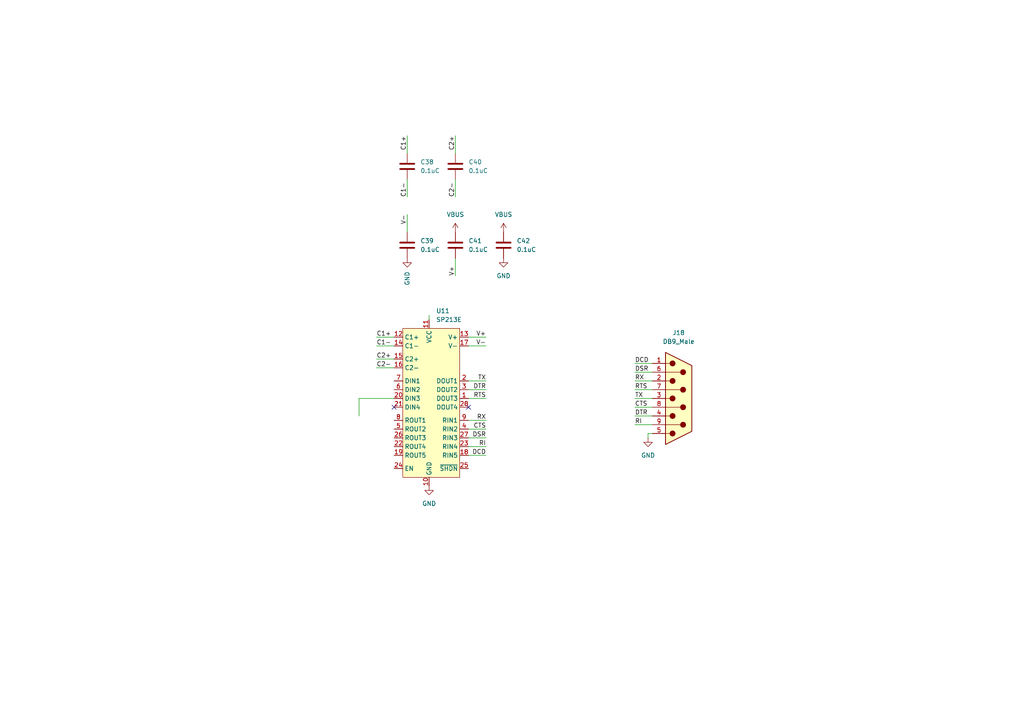
<source format=kicad_sch>
(kicad_sch (version 20211123) (generator eeschema)
  (paper "A4")
  (lib_symbols
    (symbol "Connector:DB9_Male" (pin_names (offset 1.016) hide)
      (property "Reference" "J" (at 0 13.97 0))
      (property "Value" "DB9_Male" (at 0 -14.605 0))
      (symbol "DB9_Male_0_1"
        (circle (center -1.778 -10.16) (radius 0.762) (fill (type outline)))
        (circle (center -1.778 -5.08) (radius 0.762) (fill (type outline)))
        (circle (center -1.778 0) (radius 0.762) (fill (type outline)))
        (circle (center -1.778 5.08) (radius 0.762) (fill (type outline)))
        (circle (center -1.778 10.16) (radius 0.762) (fill (type outline)))
        (polyline (pts (xy -3.81 -10.16) (xy -2.54 -10.16)))
        (polyline (pts (xy -3.81 -7.62) (xy 0.508 -7.62)))
        (polyline (pts (xy -3.81 -5.08) (xy -2.54 -5.08)))
        (polyline (pts (xy -3.81 -2.54) (xy 0.508 -2.54)))
        (polyline (pts (xy -3.81 0) (xy -2.54 0)))
        (polyline (pts (xy -3.81 2.54) (xy 0.508 2.54)))
        (polyline (pts (xy -3.81 5.08) (xy -2.54 5.08)))
        (polyline (pts (xy -3.81 7.62) (xy 0.508 7.62)))
        (polyline (pts (xy -3.81 10.16) (xy -2.54 10.16)))
        (polyline (pts (xy -3.81 -13.335) (xy -3.81 13.335) (xy 3.81 9.525) (xy 3.81 -9.525) (xy -3.81 -13.335)) (stroke (width 0.254)) (fill (type background)))
        (circle (center 1.27 -7.62) (radius 0.762) (fill (type outline)))
        (circle (center 1.27 -2.54) (radius 0.762) (fill (type outline)))
        (circle (center 1.27 2.54) (radius 0.762) (fill (type outline)))
        (circle (center 1.27 7.62) (radius 0.762) (fill (type outline)))
      )
      (symbol "DB9_Male_1_1"
        (pin passive line (at -7.62 -10.16 0) (length 3.81) (name "1") (number "1"))
        (pin passive line (at -7.62 -5.08 0) (length 3.81) (name "2") (number "2"))
        (pin passive line (at -7.62 0 0) (length 3.81) (name "3") (number "3"))
        (pin passive line (at -7.62 5.08 0) (length 3.81) (name "4") (number "4"))
        (pin passive line (at -7.62 10.16 0) (length 3.81) (name "5") (number "5"))
        (pin passive line (at -7.62 -7.62 0) (length 3.81) (name "6") (number "6"))
        (pin passive line (at -7.62 -2.54 0) (length 3.81) (name "7") (number "7"))
        (pin passive line (at -7.62 2.54 0) (length 3.81) (name "8") (number "8"))
        (pin passive line (at -7.62 7.62 0) (length 3.81) (name "9") (number "9"))
      )
    )
    (symbol "Device:C" (pin_numbers hide) (pin_names (offset 0.254))
      (property "Reference" "C" (at 0.635 2.54 0))
      (property "Value" "C" (at 0.635 -2.54 0))
      (symbol "C_0_1"
        (polyline (pts (xy -2.032 -0.762) (xy 2.032 -0.762)) (stroke (width 0.508)))
        (polyline (pts (xy -2.032 0.762) (xy 2.032 0.762)) (stroke (width 0.508)))
      )
      (symbol "C_1_1"
        (pin passive line (at 0 3.81 270) (length 2.794) (name "~") (number "1"))
        (pin passive line (at 0 -3.81 90) (length 2.794) (name "~") (number "2"))
      )
    )
    (symbol "Interface_UART_custom:MAX213"
      (property "Reference" "U" (at -7.62 15.24 0))
      (property "Value" "MAX213" (at 5.08 15.24 0))
      (symbol "MAX213_0_1"
        (rectangle (start -7.62 13.97) (end 8.89 -29.21) (fill (type background)))
      )
      (symbol "MAX213_1_1"
        (pin output line (at 11.43 -6.35 180) (length 2.54) (name "DOUT3") (number "1"))
        (pin power_in line (at 0 -31.75 90) (length 2.54) (name "GND") (number "10"))
        (pin power_in line (at 0 16.51 270) (length 2.54) (name "VCC") (number "11"))
        (pin passive line (at -10.16 11.43 0) (length 2.54) (name "C1+") (number "12"))
        (pin power_in line (at 11.43 11.43 180) (length 2.54) (name "V+") (number "13"))
        (pin passive line (at -10.16 8.89 0) (length 2.54) (name "C1-") (number "14"))
        (pin passive line (at -10.16 5.08 0) (length 2.54) (name "C2+") (number "15"))
        (pin passive line (at -10.16 2.54 0) (length 2.54) (name "C2-") (number "16"))
        (pin power_in line (at 11.43 8.89 180) (length 2.54) (name "V-") (number "17"))
        (pin input line (at 11.43 -22.86 180) (length 2.54) (name "RIN5") (number "18"))
        (pin output line (at -10.16 -22.86 0) (length 2.54) (name "ROUT5") (number "19"))
        (pin output line (at 11.43 -1.27 180) (length 2.54) (name "DOUT1") (number "2"))
        (pin input line (at -10.16 -6.35 0) (length 2.54) (name "DIN3") (number "20"))
        (pin input line (at -10.16 -8.89 0) (length 2.54) (name "DIN4") (number "21"))
        (pin output line (at -10.16 -20.32 0) (length 2.54) (name "ROUT4") (number "22"))
        (pin input line (at 11.43 -20.32 180) (length 2.54) (name "RIN4") (number "23"))
        (pin input line (at -10.16 -26.67 0) (length 2.54) (name "EN") (number "24"))
        (pin input line (at 11.43 -26.67 180) (length 2.54) (name "~{SHDN}") (number "25"))
        (pin output line (at -10.16 -17.78 0) (length 2.54) (name "ROUT3") (number "26"))
        (pin input line (at 11.43 -17.78 180) (length 2.54) (name "RIN3") (number "27"))
        (pin output line (at 11.43 -8.89 180) (length 2.54) (name "DOUT4") (number "28"))
        (pin output line (at 11.43 -3.81 180) (length 2.54) (name "DOUT2") (number "3"))
        (pin input line (at 11.43 -15.24 180) (length 2.54) (name "RIN2") (number "4"))
        (pin output line (at -10.16 -15.24 0) (length 2.54) (name "ROUT2") (number "5"))
        (pin input line (at -10.16 -3.81 0) (length 2.54) (name "DIN2") (number "6"))
        (pin input line (at -10.16 -1.27 0) (length 2.54) (name "DIN1") (number "7"))
        (pin output line (at -10.16 -12.7 0) (length 2.54) (name "ROUT1") (number "8"))
        (pin input line (at 11.43 -12.7 180) (length 2.54) (name "RIN1") (number "9"))
      )
    )
    (symbol "power:GND" (power) (pin_names (offset 0))
      (property "Value" "GND" (at 0 -3.81 0))
      (symbol "GND_0_1"
        (polyline (pts (xy 0 0) (xy 0 -1.27) (xy 1.27 -1.27) (xy 0 -2.54) (xy -1.27 -1.27) (xy 0 -1.27)))
      )
      (symbol "GND_1_1"
        (pin power_in line (at 0 0 270) (length 0) hide (name "GND") (number "1"))
      )
    )
    (symbol "power:VBUS" (power) (pin_names (offset 0))
      (property "Value" "VBUS" (at 0 3.81 0))
      (symbol "VBUS_0_1"
        (polyline (pts (xy -0.762 1.27) (xy 0 2.54)))
        (polyline (pts (xy 0 0) (xy 0 2.54)))
        (polyline (pts (xy 0 2.54) (xy 0.762 1.27)))
      )
      (symbol "VBUS_1_1"
        (pin power_in line (at 0 0 90) (length 0) hide (name "VBUS") (number "1"))
      )
    )
  )
  (no_connect (at 114.3 118.11))
  (no_connect (at 135.89 118.11))
  (wire (pts (xy 109.22 100.33) (xy 114.3 100.33)))
  (wire (pts (xy 189.23 125.73) (xy 187.96 125.73)))
  (wire (pts (xy 184.15 113.03) (xy 189.23 113.03)))
  (wire (pts (xy 135.89 132.08) (xy 140.97 132.08)))
  (wire (pts (xy 118.11 39.37) (xy 118.11 44.45)))
  (wire (pts (xy 187.96 125.73) (xy 187.96 127)))
  (wire (pts (xy 184.15 110.49) (xy 189.23 110.49)))
  (wire (pts (xy 104.14 115.57) (xy 114.3 115.57)))
  (wire (pts (xy 184.15 107.95) (xy 189.23 107.95)))
  (wire (pts (xy 104.14 120.65) (xy 104.14 115.57)))
  (wire (pts (xy 132.08 39.37) (xy 132.08 44.45)))
  (wire (pts (xy 184.15 118.11) (xy 189.23 118.11)))
  (wire (pts (xy 135.89 113.03) (xy 140.97 113.03)))
  (wire (pts (xy 135.89 100.33) (xy 140.97 100.33)))
  (wire (pts (xy 135.89 129.54) (xy 140.97 129.54)))
  (wire (pts (xy 135.89 124.46) (xy 140.97 124.46)))
  (wire (pts (xy 109.22 97.79) (xy 114.3 97.79)))
  (wire (pts (xy 135.89 121.92) (xy 140.97 121.92)))
  (wire (pts (xy 184.15 120.65) (xy 189.23 120.65)))
  (wire (pts (xy 184.15 105.41) (xy 189.23 105.41)))
  (wire (pts (xy 135.89 127) (xy 140.97 127)))
  (wire (pts (xy 132.08 74.93) (xy 132.08 80.01)))
  (wire (pts (xy 184.15 115.57) (xy 189.23 115.57)))
  (wire (pts (xy 109.22 106.68) (xy 114.3 106.68)))
  (wire (pts (xy 135.89 110.49) (xy 140.97 110.49)))
  (wire (pts (xy 135.89 115.57) (xy 140.97 115.57)))
  (wire (pts (xy 118.11 52.07) (xy 118.11 57.15)))
  (wire (pts (xy 118.11 62.23) (xy 118.11 67.31)))
  (wire (pts (xy 135.89 97.79) (xy 140.97 97.79)))
  (wire (pts (xy 132.08 52.07) (xy 132.08 57.15)))
  (wire (pts (xy 184.15 123.19) (xy 189.23 123.19)))
  (wire (pts (xy 109.22 104.14) (xy 114.3 104.14)))
  (wire (pts (xy 124.46 91.44) (xy 124.46 92.71)))
  (label "V+" (at 132.08 80.01 90))
  (label "RI" (at 184.15 123.19 0))
  (label "TX" (at 140.97 110.49 180))
  (label "DCD" (at 140.97 132.08 180))
  (label "C2-" (at 109.22 106.68 0))
  (label "CTS" (at 184.15 118.11 0))
  (label "C1+" (at 109.22 97.79 0))
  (label "DCD" (at 184.15 105.41 0))
  (label "DTR" (at 140.97 113.03 180))
  (label "RI" (at 140.97 129.54 180))
  (label "DSR" (at 140.97 127 180))
  (label "CTS" (at 140.97 124.46 180))
  (label "V-" (at 140.97 100.33 180))
  (label "RTS" (at 140.97 115.57 180))
  (label "V+" (at 140.97 97.79 180))
  (label "C1-" (at 109.22 100.33 0))
  (label "RTS" (at 184.15 113.03 0))
  (label "TX" (at 184.15 115.57 0))
  (label "C2-" (at 132.08 57.15 90))
  (label "C2+" (at 109.22 104.14 0))
  (label "C1-" (at 118.11 57.15 90))
  (label "DTR" (at 184.15 120.65 0))
  (label "V-" (at 118.11 62.23 270))
  (label "C1+" (at 118.11 39.37 270))
  (label "RX" (at 184.15 110.49 0))
  (label "RX" (at 140.97 121.92 180))
  (label "DSR" (at 184.15 107.95 0))
  (label "C2+" (at 132.08 39.37 270))
  (symbol (lib_id "power:VBUS") (at 146.05 67.31 0) (unit 1)
    (property "Reference" "#PWR077" (effects hide))
    (property "Value" "VBUS" (at 146.05 62.23 0))
  )
  (symbol (lib_id "power:GND") (at 146.05 74.93 0) (unit 1)
    (property "Reference" "#PWR078" (effects hide))
    (property "Value" "GND" (at 146.05 80.01 0))
  )
  (symbol (lib_id "power:GND") (at 187.96 127 0) (unit 1)
    (property "Reference" "#PWR079" (effects hide))
    (property "Value" "GND" (at 187.96 132.08 0))
  )
  (symbol (lib_id "Device:C") (at 146.05 71.12 180) (unit 1)
    (property "Reference" "C42" (at 149.86 69.8499 0) (effects (justify right)))
    (property "Value" "0.1uC" (at 149.86 72.3899 0) (effects (justify right)))
    (property "Footprint" "Capacitor_SMD:C_0805_2012Metric_Pad1.18x1.45mm_HandSolder" (effects hide))
    (property "Datasheet" "https://datasheet.lcsc.com/lcsc/2006111832_YAGEO-CC0805KRX7R8BB104_C519981.pdf" (effects hide))
    (property "Manufacturer Part Number" "CC0805KRX7R8BB104" (effects hide))
  )
  (symbol (lib_id "Device:C") (at 132.08 48.26 180) (unit 1)
    (property "Reference" "C40" (at 135.89 46.9899 0) (effects (justify right)))
    (property "Value" "0.1uC" (at 135.89 49.5299 0) (effects (justify right)))
    (property "Footprint" "Capacitor_SMD:C_0805_2012Metric_Pad1.18x1.45mm_HandSolder" (effects hide))
    (property "Datasheet" "https://datasheet.lcsc.com/lcsc/2006111832_YAGEO-CC0805KRX7R8BB104_C519981.pdf" (effects hide))
    (property "Manufacturer Part Number" "CC0805KRX7R8BB104" (effects hide))
  )
  (symbol (lib_id "Device:C") (at 132.08 71.12 180) (unit 1)
    (property "Reference" "C41" (at 135.89 69.8499 0) (effects (justify right)))
    (property "Value" "0.1uC" (at 135.89 72.3899 0) (effects (justify right)))
    (property "Footprint" "Capacitor_SMD:C_0805_2012Metric_Pad1.18x1.45mm_HandSolder" (effects hide))
    (property "Datasheet" "https://datasheet.lcsc.com/lcsc/2006111832_YAGEO-CC0805KRX7R8BB104_C519981.pdf" (effects hide))
    (property "Manufacturer Part Number" "CC0805KRX7R8BB104" (effects hide))
  )
  (symbol (lib_id "power:VBUS") (at 132.08 67.31 0) (unit 1)
    (property "Reference" "#PWR076" (effects hide))
    (property "Value" "VBUS" (at 132.08 62.23 0))
  )
  (symbol (lib_id "power:GND") (at 118.11 74.93 0) (unit 1)
    (property "Reference" "#PWR074" (effects hide))
    (property "Value" "GND" (at 118.1101 78.74 90) (effects (justify right)))
  )
  (symbol (lib_id "Interface_UART_custom:MAX213") (at 124.46 109.22 0) (unit 1)
    (property "Reference" "U11" (at 126.4794 90.17 0) (effects (justify left)))
    (property "Value" "SP213E" (at 126.4794 92.71 0) (effects (justify left)))
    (property "Footprint" "Package_SO:SSOP-28_5.3x10.2mm_P0.65mm" (effects hide))
    (property "Datasheet" "https://datasheet.lcsc.com/lcsc/1912111437_MaxLinear-SP213EEA-L-TR_C415725.pdf" (effects hide))
    (property "Manufacturer Part Number" "SP213EEA-L/TR" (effects hide))
  )
  (symbol (lib_id "power:GND") (at 124.46 140.97 0) (unit 1)
    (property "Reference" "#PWR075" (effects hide))
    (property "Value" "GND" (at 124.46 146.05 0))
  )
  (symbol (lib_id "Device:C") (at 118.11 48.26 180) (unit 1)
    (property "Reference" "C38" (at 121.92 46.9899 0) (effects (justify right)))
    (property "Value" "0.1uC" (at 121.92 49.5299 0) (effects (justify right)))
    (property "Footprint" "Capacitor_SMD:C_0805_2012Metric_Pad1.18x1.45mm_HandSolder" (effects hide))
    (property "Datasheet" "https://datasheet.lcsc.com/lcsc/2006111832_YAGEO-CC0805KRX7R8BB104_C519981.pdf" (effects hide))
    (property "Manufacturer Part Number" "CC0805KRX7R8BB104" (effects hide))
  )
  (symbol (lib_id "Connector:DB9_Male") (at 196.85 115.57 0) (mirror x) (unit 1)
    (property "Reference" "J18" (at 196.85 96.52 0))
    (property "Value" "DB9_Male" (at 196.85 99.06 0))
    (property "Footprint" "Connector_Dsub:DSUB-9_Male_Vertical_P2.77x2.84mm_MountingHoles" (effects hide))
  )
  (symbol (lib_id "Device:C") (at 118.11 71.12 180) (unit 1)
    (property "Reference" "C39" (at 121.92 69.8499 0) (effects (justify right)))
    (property "Value" "0.1uC" (at 121.92 72.3899 0) (effects (justify right)))
    (property "Footprint" "Capacitor_SMD:C_0805_2012Metric_Pad1.18x1.45mm_HandSolder" (effects hide))
    (property "Datasheet" "https://datasheet.lcsc.com/lcsc/2006111832_YAGEO-CC0805KRX7R8BB104_C519981.pdf" (effects hide))
    (property "Manufacturer Part Number" "CC0805KRX7R8BB104" (effects hide))
  )
)
</source>
